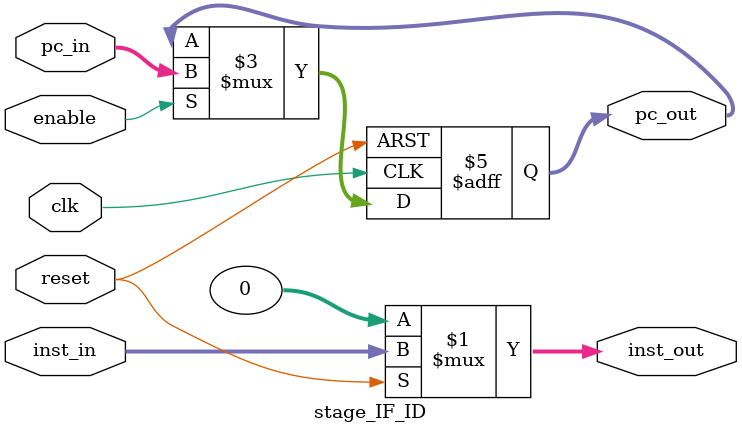
<source format=v>
module stage_IF_ID #(
    parameter IMEM_ADDR_WIDTH = 9
)(
    input  wire                       clk,
    input  wire                       reset,
    input  wire                       enable,

    input  wire [31:0]                inst_in,
    input  wire [IMEM_ADDR_WIDTH-1:0] pc_in,

    output [31:0]                inst_out,
    output reg  [IMEM_ADDR_WIDTH-1:0] pc_out
);

	 assign inst_out = reset ? inst_in : 32'b0;
    always @(posedge clk or posedge reset) begin
        if (reset) begin
            //inst_out <= 32'b0;
            pc_out   <= {IMEM_ADDR_WIDTH{1'b0}};
        end else if (enable) begin
            //inst_out <= inst_in;
            pc_out   <= pc_in;
        end
    end

endmodule

</source>
